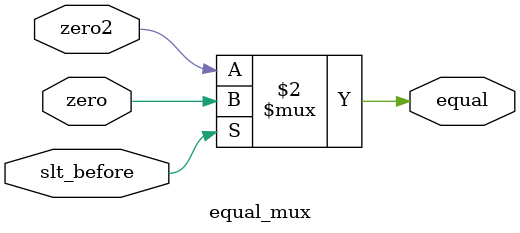
<source format=v>
`timescale 1ns / 1ps

module reg_dst_mux(
	input  wire[2 - 1:0] reg_dst,
	input  wire[4:0] rt,
	input  wire[4:0] rd,
			
	output wire[4:0] mux_out
);
wire[4:0] reg_31;
assign reg_31 = 5'b11111;

assign mux_out = 
	(reg_dst == 2'b01) ? rt :
	(reg_dst == 2'b10) ? rd :
	(reg_dst == 2'b11) ? reg_31 :
	rt;
endmodule

module alu_src_mux(
	input  wire  alu_src,
	input  wire[31:0] rt,
	input  wire[31:0] imm,

	output wire[31:0] mux_out
);

assign mux_out = (alu_src == 1'b0) ? rt : imm;
endmodule

module reg_src_mux(
	input  wire[3 - 1:0] reg_src,
	input  wire[31:0] alu_res,
	input  wire[31:0] mem_read_data,
	input  wire[31:0] ext_imm,
	input  wire[31:0] save_dst,

	output wire[31:0] mux_out
);

assign mux_out = 
	(reg_src == 3'b001 ) ? alu_res :
	(reg_src == 3'b010) ? mem_read_data :
	(reg_src == 3'b011) ? ext_imm :
	(reg_src == 3'b100) ? save_dst :
	alu_res;
endmodule

module forward_mux(
	input  wire[1:0] forward_C,
	input  wire[31:0] rsrt_imm,
	input  wire[31:0] write_data,
	input  wire[31:0] alu_res,

	output wire[31:0] mux_out
);

assign mux_out = 
	(forward_C == 2'b10) ? alu_res :
	(forward_C == 2'b01) ? write_data :
	rsrt_imm;
endmodule

module equal_mux(
	input  wire zero,
	input  wire zero2,
	input  wire slt_before,

	output wire equal
);

assign equal = (slt_before == 1'b1 ) ? zero : zero2;

endmodule

</source>
